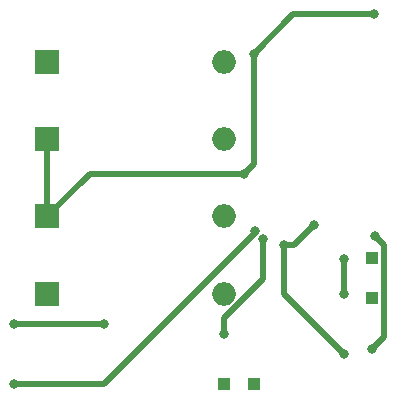
<source format=gbr>
%TF.GenerationSoftware,KiCad,Pcbnew,7.0.2*%
%TF.CreationDate,2023-06-25T00:33:43-03:00*%
%TF.ProjectId,Projeto final de EA075,50726f6a-6574-46f2-9066-696e616c2064,rev?*%
%TF.SameCoordinates,Original*%
%TF.FileFunction,Copper,L4,Bot*%
%TF.FilePolarity,Positive*%
%FSLAX46Y46*%
G04 Gerber Fmt 4.6, Leading zero omitted, Abs format (unit mm)*
G04 Created by KiCad (PCBNEW 7.0.2) date 2023-06-25 00:33:43*
%MOMM*%
%LPD*%
G01*
G04 APERTURE LIST*
%TA.AperFunction,ComponentPad*%
%ADD10R,1.000000X1.000000*%
%TD*%
%TA.AperFunction,ComponentPad*%
%ADD11R,2.000000X2.000000*%
%TD*%
%TA.AperFunction,ComponentPad*%
%ADD12O,2.000000X2.000000*%
%TD*%
%TA.AperFunction,ViaPad*%
%ADD13C,0.800000*%
%TD*%
%TA.AperFunction,Conductor*%
%ADD14C,0.500000*%
%TD*%
G04 APERTURE END LIST*
D10*
%TO.P,J4,1,Pin_1*%
%TO.N,Net-(J4-Pin_1)*%
X152400000Y-99060000D03*
%TD*%
%TO.P,J3,1,Pin_1*%
%TO.N,GNDPWR*%
X154940000Y-99060000D03*
%TD*%
%TO.P,J2,1,Pin_1*%
%TO.N,+12V*%
X164950000Y-91800000D03*
%TD*%
%TO.P,J1,1,Pin_1*%
%TO.N,GNDPWR*%
X164950000Y-88450000D03*
%TD*%
D11*
%TO.P,C5,1*%
%TO.N,GNDPWR*%
X137400000Y-91440000D03*
D12*
%TO.P,C5,2*%
%TO.N,+12V*%
X152400000Y-91440000D03*
%TD*%
D11*
%TO.P,C4,1*%
%TO.N,Net-(U1-AVCC)*%
X137400000Y-84905000D03*
D12*
%TO.P,C4,2*%
%TO.N,GNDPWR*%
X152400000Y-84905000D03*
%TD*%
D11*
%TO.P,C3,1*%
%TO.N,Net-(U1-AVCC)*%
X137400000Y-78370000D03*
D12*
%TO.P,C3,2*%
%TO.N,GNDPWR*%
X152400000Y-78370000D03*
%TD*%
D11*
%TO.P,C1,1*%
%TO.N,+12V*%
X137400000Y-71835000D03*
D12*
%TO.P,C1,2*%
%TO.N,GNDPWR*%
X152400000Y-71835000D03*
%TD*%
D13*
%TO.N,Net-(Q1-G)*%
X154972121Y-86115746D03*
%TO.N,GNDPWR*%
X152400000Y-94900000D03*
X155678876Y-86822500D03*
%TO.N,Net-(U1-AVCC)*%
X154100388Y-81280000D03*
%TO.N,Net-(U1-PD0)*%
X164885000Y-96130000D03*
X165192735Y-86599502D03*
%TO.N,Net-(U1-AVCC)*%
X162560000Y-96520000D03*
X157480000Y-87299500D03*
X160020000Y-85600500D03*
X165096211Y-67800500D03*
X154940000Y-71120000D03*
%TO.N,Net-(Q1-G)*%
X134620000Y-99060000D03*
%TO.N,+12V*%
X162560000Y-88515500D03*
X162560000Y-91484500D03*
X134620000Y-93980000D03*
X142240000Y-93980000D03*
%TD*%
D14*
%TO.N,Net-(Q1-G)*%
X154972121Y-86327879D02*
X154972121Y-86115746D01*
X142240000Y-99060000D02*
X154972121Y-86327879D01*
%TO.N,Net-(U1-AVCC)*%
X154940000Y-80440388D02*
X154940000Y-71120000D01*
X141025000Y-81280000D02*
X137400000Y-84905000D01*
X154100388Y-81280000D02*
X141025000Y-81280000D01*
X154100388Y-81280000D02*
X154940000Y-80440388D01*
%TO.N,GNDPWR*%
X152400000Y-93490610D02*
X152400000Y-94900000D01*
X155678876Y-86822500D02*
X155678876Y-90211734D01*
X155678876Y-90211734D02*
X152400000Y-93490610D01*
%TO.N,Net-(U1-PD0)*%
X165900000Y-95115000D02*
X164885000Y-96130000D01*
X165900000Y-87306767D02*
X165900000Y-95115000D01*
X165192735Y-86599502D02*
X165900000Y-87306767D01*
%TO.N,Net-(U1-AVCC)*%
X137400000Y-84905000D02*
X137400000Y-78370000D01*
X157480000Y-91440000D02*
X162560000Y-96520000D01*
X157480000Y-87299500D02*
X157480000Y-91440000D01*
X157480000Y-87299500D02*
X158321000Y-87299500D01*
X158321000Y-87299500D02*
X160020000Y-85600500D01*
X158259500Y-67800500D02*
X154940000Y-71120000D01*
X165096211Y-67800500D02*
X158259500Y-67800500D01*
%TO.N,Net-(Q1-G)*%
X142240000Y-99060000D02*
X134620000Y-99060000D01*
%TO.N,+12V*%
X162560000Y-91484500D02*
X162560000Y-88515500D01*
X142240000Y-93980000D02*
X134620000Y-93980000D01*
%TD*%
M02*

</source>
